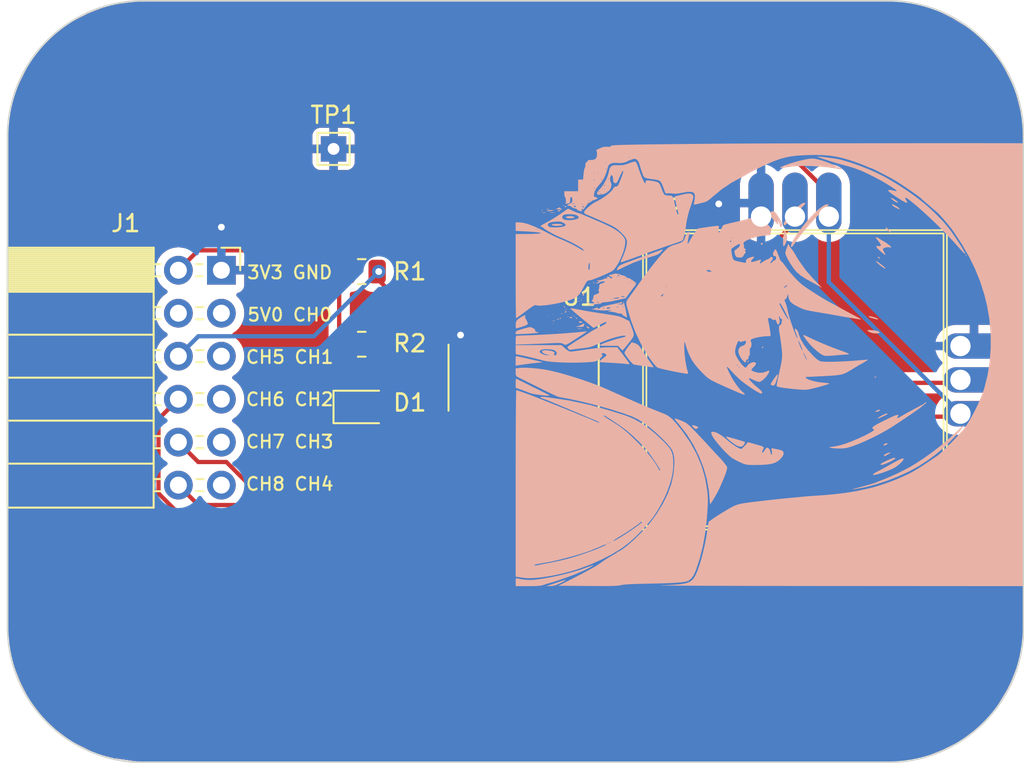
<source format=kicad_pcb>
(kicad_pcb (version 20221018) (generator pcbnew)
  (layers (0 "F.Cu" signal) (31 "B.Cu" signal) (34 "B.Paste" user) (35 "F.Paste" user) (36 "B.SilkS" user "B.Silkscreen") (37 "F.SilkS" user "F.Silkscreen") (38 "B.Mask" user) (39 "F.Mask" user) (44 "Edge.Cuts" user))
  (net 0 "")
  (net 1 "+3V3")
  (net 2 "GND")
  (net 3 "Net-(D1-A)")
  (net 4 "/5V0")
  (net 5 "/CH5")
  (net 6 "/CH6")
  (net 7 "/CH7")
  (net 8 "/CH8")
  (net 9 "/CH4")
  (net 10 "/CH3")
  (net 11 "/CH2")
  (net 12 "/CH1")
  (net 13 "/CH0")
  (net 14 "Net-(J2-X)")
  (net 15 "Net-(J2-Y)")
  (footprint "Package_SO:SOIC-14_3.9x8.7mm_P1.27mm" (layer "F.Cu") (at 100.475 92.27 -90)
    (fp_text reference "U1" (at -4.77 -3.275 -180) (layer "F.SilkS"))
    (fp_text value "MCP3204")
    (pad "1" smd roundrect (at -2.475 -3.81 270) (size 1.95 0.6) (layers "F.Cu" "F.Paste" "F.Mask") (net 14 "Net-(J2-X)"))
    (pad "2" smd roundrect (at -2.475 -2.54 270) (size 1.95 0.6) (layers "F.Cu" "F.Paste" "F.Mask") (net 15 "Net-(J2-Y)"))
    (pad "3" smd roundrect (at -2.475 -1.27 270) (size 1.95 0.6) (layers "F.Cu" "F.Paste" "F.Mask"))
    (pad "4" smd roundrect (at -2.475 0 270) (size 1.95 0.6) (layers "F.Cu" "F.Paste" "F.Mask"))
    (pad "5" smd roundrect (at -2.475 1.27 270) (size 1.95 0.6) (layers "F.Cu" "F.Paste" "F.Mask"))
    (pad "6" smd roundrect (at -2.475 2.54 270) (size 1.95 0.6) (layers "F.Cu" "F.Paste" "F.Mask"))
    (pad "7" smd roundrect (at -2.475 3.81 270) (size 1.95 0.6) (layers "F.Cu" "F.Paste" "F.Mask") (net 2 "GND"))
    (pad "8" smd roundrect (at 2.475 3.81 270) (size 1.95 0.6) (layers "F.Cu" "F.Paste" "F.Mask") (net 5 "/CH5"))
    (pad "9" smd roundrect (at 2.475 2.54 270) (size 1.95 0.6) (layers "F.Cu" "F.Paste" "F.Mask") (net 7 "/CH7"))
    (pad "10" smd roundrect (at 2.475 1.27 270) (size 1.95 0.6) (layers "F.Cu" "F.Paste" "F.Mask") (net 8 "/CH8"))
    (pad "11" smd roundrect (at 2.475 0 270) (size 1.95 0.6) (layers "F.Cu" "F.Paste" "F.Mask") (net 6 "/CH6"))
    (pad "12" smd roundrect (at 2.475 -1.27 270) (size 1.95 0.6) (layers "F.Cu" "F.Paste" "F.Mask") (net 2 "GND"))
    (pad "13" smd roundrect (at 2.475 -2.54 270) (size 1.95 0.6) (layers "F.Cu" "F.Paste" "F.Mask") (net 1 "+3V3"))
    (pad "14" smd roundrect (at 2.475 -3.81 270) (size 1.95 0.6) (layers "F.Cu" "F.Paste" "F.Mask") (net 1 "+3V3"))
  )
  (footprint "dempsey_Library:2765" (layer "F.Cu") (at 107.525 101.25 90)
    (fp_text reference "J2" (at 19 1.475 unlocked) (layer "F.SilkS"))
    (fp_text value "2765")
    (pad "1" thru_hole oval (at 18.5 6.975 270) (size 3.6 1.5) (drill 1.2 (offset -0.8 0)) (layers "*.Cu" "*.Mask") (net 2 "GND"))
    (pad "2" thru_hole oval (at 18.5 8.975 270) (size 3.6 1.5) (drill 1.2 (offset -0.8 0)) (layers "*.Cu" "*.Mask") (net 14 "Net-(J2-X)"))
    (pad "3" thru_hole oval (at 18.5 10.975 270) (size 3.6 1.5) (drill 1.2 (offset -0.8 0)) (layers "*.Cu" "*.Mask") (net 1 "+3V3"))
    (pad "4" thru_hole oval (at 6.85 18.75) (size 3.6 1.5) (drill 1.2 (offset 0.8 0)) (layers "*.Cu" "*.Mask") (net 1 "+3V3"))
    (pad "5" thru_hole oval (at 8.85 18.75) (size 3.6 1.5) (drill 1.2 (offset 0.8 0)) (layers "*.Cu" "*.Mask") (net 15 "Net-(J2-Y)"))
    (pad "6" thru_hole oval (at 10.85 18.75) (size 3.6 1.5) (drill 1.2 (offset 0.8 0)) (layers "*.Cu" "*.Mask") (net 2 "GND"))
  )
  (footprint "Capacitor_SMD:C_0805_2012Metric" (layer "F.Cu") (at 102.3 98.25 180)
    (fp_text reference "C1" (at -0.2 -2 180) (layer "F.SilkS"))
    (fp_text value "0.1uf")
    (pad "1" smd roundrect (at -0.95 0 180) (size 1 1.45) (layers "F.Cu" "F.Paste" "F.Mask") (net 1 "+3V3"))
    (pad "2" smd roundrect (at 0.95 0 180) (size 1 1.45) (layers "F.Cu" "F.Paste" "F.Mask") (net 2 "GND"))
  )
  (footprint "TestPoint:TestPoint_THTPad_1.5x1.5mm_Drill0.7mm" (layer "F.Cu") (at 89.25 78.75)
    (fp_text reference "TP1" (at 0 -2) (layer "F.SilkS"))
    (fp_text value "TestPoint")
    (pad "1" thru_hole rect (at 0 0) (size 1.5 1.5) (drill 0.7) (layers "*.Cu" "*.Mask") (net 2 "GND"))
  )
  (footprint "Connector_PinSocket_2.54mm:PinSocket_2x06_P2.54mm_Horizontal" (layer "F.Cu") (at 82.625 85.92)
    (fp_text reference "J1" (at -5.65 -2.77) (layer "F.SilkS"))
    (fp_text value "Conn_02x06_Odd_Even" hide)
    (pad "1" thru_hole rect (at 0 0) (size 1.7 1.7) (drill 1) (layers "*.Cu" "*.Mask") (net 2 "GND"))
    (pad "2" thru_hole oval (at -2.54 0) (size 1.7 1.7) (drill 1) (layers "*.Cu" "*.Mask") (net 1 "+3V3"))
    (pad "3" thru_hole oval (at 0 2.54) (size 1.7 1.7) (drill 1) (layers "*.Cu" "*.Mask") (net 13 "/CH0"))
    (pad "4" thru_hole oval (at -2.54 2.54) (size 1.7 1.7) (drill 1) (layers "*.Cu" "*.Mask") (net 4 "/5V0"))
    (pad "5" thru_hole oval (at 0 5.08) (size 1.7 1.7) (drill 1) (layers "*.Cu" "*.Mask") (net 12 "/CH1"))
    (pad "6" thru_hole oval (at -2.54 5.08) (size 1.7 1.7) (drill 1) (layers "*.Cu" "*.Mask") (net 5 "/CH5"))
    (pad "7" thru_hole oval (at 0 7.62) (size 1.7 1.7) (drill 1) (layers "*.Cu" "*.Mask") (net 11 "/CH2"))
    (pad "8" thru_hole oval (at -2.54 7.62) (size 1.7 1.7) (drill 1) (layers "*.Cu" "*.Mask") (net 6 "/CH6"))
    (pad "9" thru_hole oval (at 0 10.16) (size 1.7 1.7) (drill 1) (layers "*.Cu" "*.Mask") (net 10 "/CH3"))
    (pad "10" thru_hole oval (at -2.54 10.16) (size 1.7 1.7) (drill 1) (layers "*.Cu" "*.Mask") (net 7 "/CH7"))
    (pad "11" thru_hole oval (at 0 12.7) (size 1.7 1.7) (drill 1) (layers "*.Cu" "*.Mask") (net 9 "/CH4"))
    (pad "12" thru_hole oval (at -2.54 12.7) (size 1.7 1.7) (drill 1) (layers "*.Cu" "*.Mask") (net 8 "/CH8"))
  )
  (footprint "Resistor_SMD:R_0805_2012Metric" (layer "F.Cu") (at 90.9125 86)
    (fp_text reference "R1" (at 2.8375 0 180) (layer "F.SilkS"))
    (fp_text value "100k")
    (pad "1" smd roundrect (at -0.9125 0) (size 1.025 1.4) (layers "F.Cu" "F.Paste" "F.Mask") (roundrect_rratio 0.243902439) (net 1 "+3V3"))
    (pad "2" smd roundrect (at 0.9125 0) (size 1.025 1.4) (layers "F.Cu" "F.Paste" "F.Mask") (roundrect_rratio 0.243902439) (net 5 "/CH5"))
  )
  (footprint "LED_SMD:LED_0805_2012Metric" (layer "F.Cu") (at 90.9325 94)
    (fp_text reference "D1" (at 2.8175 -0.25 180) (layer "F.SilkS"))
    (fp_text value "PWR")
    (pad "1" smd roundrect (at -0.9375 0) (size 0.975 1.4) (layers "F.Cu" "F.Paste" "F.Mask") (net 2 "GND"))
    (pad "2" smd roundrect (at 0.9375 0) (size 0.975 1.4) (layers "F.Cu" "F.Paste" "F.Mask") (net 3 "Net-(D1-A)"))
  )
  (footprint "Resistor_SMD:R_0805_2012Metric" (layer "F.Cu") (at 90.9125 90.293333 180)
    (fp_text reference "R2" (at -2.8375 0.043333 180) (layer "F.SilkS"))
    (fp_text value "470")
    (pad "1" smd roundrect (at -0.9125 0 180) (size 1.025 1.4) (layers "F.Cu" "F.Paste" "F.Mask") (roundrect_rratio 0.243902439) (net 3 "Net-(D1-A)"))
    (pad "2" smd roundrect (at 0.9125 0 180) (size 1.025 1.4) (layers "F.Cu" "F.Paste" "F.Mask") (roundrect_rratio 0.243902439) (net 1 "+3V3"))
  )
  (footprint "dempsey_Library:mayi2" (layer "B.Cu") (at 115.021453 89.572909 90)
    (fp_text reference "G***" (at -10.16 12.7 90) (layer "B.SilkS") (effects (font (size 1.5 1.5) (thickness 0.3)) (justify mirror)))
    (fp_text value "LOGO" hide)
  )
  (gr_line (start 70 78) (end 70 107) (stroke (width 0.1)) (layer "Edge.Cuts"))
  (gr_line (start 130 78) (end 130 107) (stroke (width 0.1)) (layer "Edge.Cuts"))
  (gr_arc (start 122 70) (mid 127.656854 72.343146) (end 130 78) (stroke (width 0.1)) (layer "Edge.Cuts"))
  (gr_line (start 78 70) (end 122 70) (stroke (width 0.1)) (layer "Edge.Cuts"))
  (gr_arc (start 130 107) (mid 127.656854 112.656854) (end 122 115) (stroke (width 0.1)) (layer "Edge.Cuts"))
  (gr_arc (start 78 115) (mid 72.343146 112.656854) (end 70 107) (stroke (width 0.1)) (layer "Edge.Cuts"))
  (gr_line (start 78 115) (end 122 115) (stroke (width 0.1)) (layer "Edge.Cuts"))
  (gr_arc (start 70 78) (mid 72.343146 72.343146) (end 78 70) (stroke (width 0.1)) (layer "Edge.Cuts"))
  (gr_text "CH8 CH4" (at 84 99) (layer "F.SilkS") (effects (font (size 0.762 0.762) (thickness 0.127) bold) (justify left bottom)))
  (gr_text "CH6 CH2" (at 84 94) (layer "F.SilkS") (effects (font (size 0.762 0.762) (thickness 0.127) bold) (justify left bottom)))
  (gr_text "5V0 CH0\n" (at 84.090714 89) (layer "F.SilkS") (effects (font (size 0.762 0.762) (thickness 0.127) bold) (justify left bottom)))
  (gr_text "CH5 CH1" (at 84 91.5) (layer "F.SilkS") (effects (font (size 0.762 0.762) (thickness 0.127) bold) (justify left bottom)))
  (gr_text "3V3 GND" (at 84.072571 86.5) (layer "F.SilkS") (effects (font (size 0.762 0.762) (thickness 0.127) bold) (justify left bottom)))
  (gr_text "CH7 CH3" (at 84 96.5) (layer "F.SilkS") (effects (font (size 0.762 0.762) (thickness 0.127) bold) (justify left bottom)))
  (segment (start 93.4575 82.125) (end 107.625 82.125) (width 0.254) (layer "F.Cu") (net 1))
  (segment (start 90 85.5825) (end 93.4575 82.125) (width 0.254) (layer "F.Cu") (net 1))
  (segment (start 103.02 94.52) (end 103.02 94.745) (width 0.254) (layer "F.Cu") (net 1))
  (segment (start 80.085 85.92) (end 81.262 84.743) (width 0.254) (layer "F.Cu") (net 1))
  (segment (start 107.625 82.125) (end 110.75 79) (width 0.254) (layer "F.Cu") (net 1))
  (segment (start 89.5825 86) (end 89.5825 90.293333) (width 0.254) (layer "F.Cu") (net 1))
  (segment (start 90 86) (end 90 85.5825) (width 0.254) (layer "F.Cu") (net 1))
  (segment (start 103 94.5) (end 103 94.73) (width 0.254) (layer "F.Cu") (net 1))
  (segment (start 104.285 94.745) (end 104.455 94.575) (width 0.254) (layer "F.Cu") (net 1))
  (segment (start 88.743 84.743) (end 90 86) (width 0.254) (layer "F.Cu") (net 1))
  (segment (start 104.455 94.575) (end 127 94.575) (width 0.254) (layer "F.Cu") (net 1))
  (segment (start 118.5 81.376892) (end 118.5 82.75) (width 0.254) (layer "F.Cu") (net 1))
  (segment (start 116.123108 79) (end 118.5 81.376892) (width 0.254) (layer "F.Cu") (net 1))
  (segment (start 104.285 94.745) (end 103.015 94.745) (width 0.254) (layer "F.Cu") (net 1))
  (segment (start 103 94.5) (end 103.02 94.52) (width 0.254) (layer "F.Cu") (net 1))
  (segment (start 110.75 79) (end 116.123108 79) (width 0.254) (layer "F.Cu") (net 1))
  (segment (start 81.262 84.743) (end 88.743 84.743) (width 0.254) (layer "F.Cu") (net 1))
  (segment (start 103.015 98.015) (end 103.25 98.25) (width 0.254) (layer "F.Cu") (net 1))
  (segment (start 103.015 94.745) (end 103.015 98.015) (width 0.254) (layer "F.Cu") (net 1))
  (segment (start 118.5 86.625) (end 126.275 94.4) (width 0.254) (layer "B.Cu") (net 1))
  (segment (start 118.5 82.75) (end 118.5 86.625) (width 0.254) (layer "B.Cu") (net 1))
  (segment (start 114.5 82.75) (end 113.75 82) (width 0.25) (layer "F.Cu") (net 2))
  (segment (start 113.75 82) (end 112 82) (width 0.25) (layer "F.Cu") (net 2))
  (via (at 96.75 89.75) (size 0.8) (drill 0.4) (layers "F.Cu" "B.Cu") (net 2))
  (via (at 82.625 83.375) (size 0.8) (drill 0.4) (layers "F.Cu" "B.Cu") (net 2))
  (via (at 112 82) (size 0.8) (drill 0.4) (layers "F.Cu" "B.Cu") (net 2))
  (segment (start 82.75 83.25) (end 82.625 83.375) (width 0.25) (layer "B.Cu") (net 2))
  (segment (start 96.665 89.835) (end 96.75 89.75) (width 0.254) (layer "B.Cu") (net 2))
  (segment (start 82.625 85.92) (end 82.625 83.375) (width 0.25) (layer "B.Cu") (net 2))
  (segment (start 96.75 89.75) (end 96.665 89.795) (width 0.254) (layer "B.Cu") (net 2))
  (segment (start 91.825 93.955) (end 91.87 94) (width 0.25) (layer "F.Cu") (net 3))
  (segment (start 91.825 90.293333) (end 91.825 93.955) (width 0.25) (layer "F.Cu") (net 3))
  (segment (start 91.9175 86.51) (end 96.038 90.6305) (width 0.25) (layer "F.Cu") (net 5))
  (segment (start 96.665 94.745) (end 96.038 94.118) (width 0.254) (layer "F.Cu") (net 5))
  (segment (start 91.9175 86) (end 91.9175 86.51) (width 0.25) (layer "F.Cu") (net 5))
  (segment (start 96.038 94.118) (end 96.038 90.6305) (width 0.254) (layer "F.Cu") (net 5))
  (via (at 91.9175 86) (size 0.8) (drill 0.4) (layers "F.Cu" "B.Cu") (net 5))
  (segment (start 88.0945 89.823) (end 91.9175 86) (width 0.254) (layer "B.Cu") (net 5))
  (segment (start 80.085 91) (end 81.262 89.823) (width 0.254) (layer "B.Cu") (net 5))
  (segment (start 81.262 89.823) (end 88.0945 89.823) (width 0.254) (layer "B.Cu") (net 5))
  (segment (start 100.475 94.745) (end 100.475 95.121751) (width 0.25) (layer "F.Cu") (net 6))
  (segment (start 100.475 95.121751) (end 95.351751 100.245) (width 0.25) (layer "F.Cu") (net 6))
  (segment (start 78.91 99.106701) (end 78.91 94.715) (width 0.25) (layer "F.Cu") (net 6))
  (segment (start 78.91 94.715) (end 80.085 93.54) (width 0.25) (layer "F.Cu") (net 6))
  (segment (start 80.048299 100.245) (end 78.91 99.106701) (width 0.25) (layer "F.Cu") (net 6))
  (segment (start 95.351751 100.245) (end 80.048299 100.245) (width 0.25) (layer "F.Cu") (net 6))
  (segment (start 81.26 97.255) (end 80.085 96.08) (width 0.25) (layer "F.Cu") (net 7))
  (segment (start 82.921701 97.255) (end 81.26 97.255) (width 0.25) (layer "F.Cu") (net 7))
  (segment (start 97.935 95.121751) (end 94.031751 99.025) (width 0.25) (layer "F.Cu") (net 7))
  (segment (start 94.031751 99.025) (end 84.691701 99.025) (width 0.25) (layer "F.Cu") (net 7))
  (segment (start 97.935 94.745) (end 97.935 95.121751) (width 0.25) (layer "F.Cu") (net 7))
  (segment (start 84.691701 99.025) (end 82.921701 97.255) (width 0.25) (layer "F.Cu") (net 7))
  (segment (start 99.205 94.745) (end 99.205 95.121751) (width 0.25) (layer "F.Cu") (net 8))
  (segment (start 94.531751 99.795) (end 81.26 99.795) (width 0.25) (layer "F.Cu") (net 8))
  (segment (start 81.26 99.795) (end 80.085 98.62) (width 0.25) (layer "F.Cu") (net 8))
  (segment (start 99.205 95.121751) (end 94.531751 99.795) (width 0.25) (layer "F.Cu") (net 8))
  (segment (start 116.425 83.175) (end 109.805 89.795) (width 0.254) (layer "F.Cu") (net 14))
  (segment (start 109.805 89.795) (end 104.285 89.795) (width 0.254) (layer "F.Cu") (net 14))
  (segment (start 105.41542 92.575) (end 103.015 90.17458) (width 0.254) (layer "F.Cu") (net 15))
  (segment (start 127 92.575) (end 105.41542 92.575) (width 0.254) (layer "F.Cu") (net 15))
  (segment (start 103.015 90.17458) (end 103.015 89.795) (width 0.254) (layer "F.Cu") (net 15))
  (zone (net 2) (net_name "GND") (layers "F&B.Cu") (connect_pads (clearance 0.5)) (min_thickness 0.25) (fill yes (thermal_gap 0.5) (thermal_bridge_width 0.5))
    (polygon (pts (xy 70 77.5) (xy 70.25 76) (xy 70.5 75.25) (xy 71.25 73.75) (xy 71.75 73) (xy 72.75 72) (xy 73.75 71.25) (xy 74.75 70.75) (xy 76 70.25) (xy 78 70) (xy 122.5 70) (xy 124 70.25) (xy 124.75 70.5) (xy 125.75 71) (xy 127 71.75) (xy 128 72.75) (xy 128.75 73.75) (xy 129.5 75.25) (xy 130 77.25) (xy 130 107.75) (xy 129.75 109) (xy 129.25 110.25) (xy 129 110.75) (xy 128.25 112) (xy 127.25 113) (xy 126.25 113.75) (xy 125.25 114.25) (xy 124 114.75) (xy 122.5 115) (xy 78 115) (xy 76.25 114.75) (xy 75.25 114.5) (xy 73.75 113.75) (xy 72.75 113) (xy 72 112.25) (xy 71.25 111.25) (xy 70.75 110.25) (xy 70.25 109) (xy 70 107.75) (xy 70 77.75)))
  )
)
</source>
